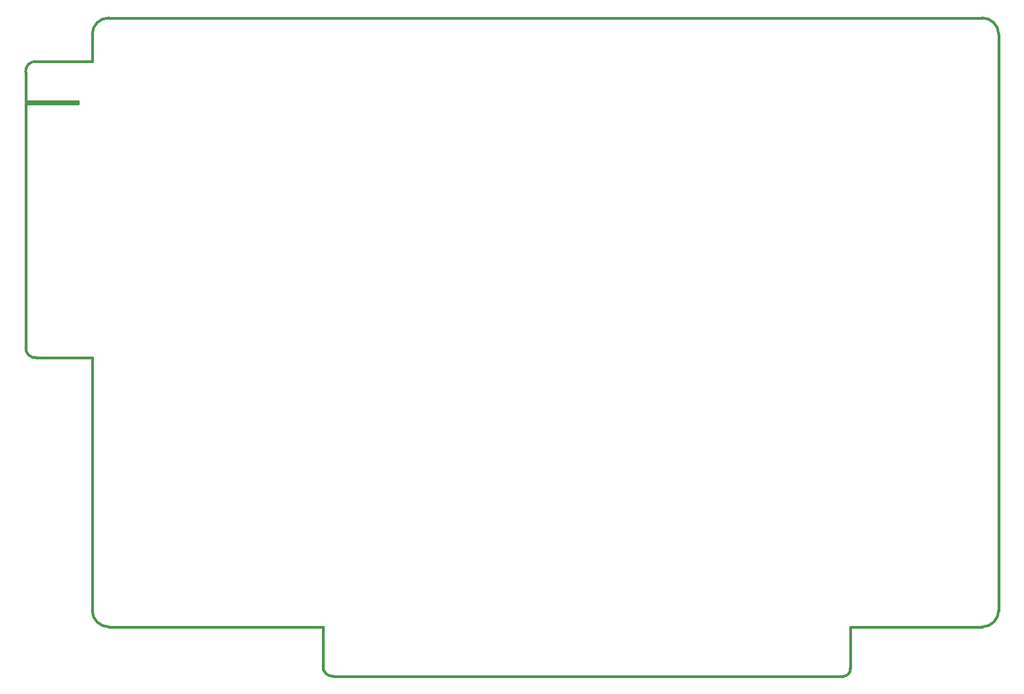
<source format=gm1>
%TF.GenerationSoftware,KiCad,Pcbnew,7.0.10*%
%TF.CreationDate,2025-04-22T11:17:34+12:00*%
%TF.ProjectId,isa_monster_fdc,6973615f-6d6f-46e7-9374-65725f666463,1.0*%
%TF.SameCoordinates,Original*%
%TF.FileFunction,Profile,NP*%
%FSLAX46Y46*%
G04 Gerber Fmt 4.6, Leading zero omitted, Abs format (unit mm)*
G04 Created by KiCad (PCBNEW 7.0.10) date 2025-04-22 11:17:34*
%MOMM*%
%LPD*%
G01*
G04 APERTURE LIST*
%TA.AperFunction,Profile*%
%ADD10C,0.381000*%
%TD*%
G04 APERTURE END LIST*
D10*
X71120000Y-139700000D02*
G75*
G03*
X73660000Y-142240000I2540000J0D01*
G01*
X186833719Y-149859920D02*
G75*
G03*
X187960298Y-148589701I40681J1098620D01*
G01*
X60858400Y-61137800D02*
X68961000Y-61137800D01*
X208280000Y-142240000D02*
G75*
G03*
X210820000Y-139700000I0J2540000D01*
G01*
X71120000Y-139700000D02*
X71120000Y-100698269D01*
X106679972Y-148252754D02*
G75*
G03*
X108331077Y-149860000I1474228J-137246D01*
G01*
X62466443Y-55000000D02*
X70000000Y-55000000D01*
X73660000Y-48260000D02*
X208280000Y-48260000D01*
X68961000Y-61137800D02*
X68961000Y-61544200D01*
X108331000Y-149860000D02*
X186840000Y-149860000D01*
X68961000Y-61544200D02*
X60858400Y-61544200D01*
X62522816Y-100698269D02*
X69949200Y-100698269D01*
X73660000Y-142240000D02*
X106680000Y-142240000D01*
X187960000Y-142240000D02*
X208280000Y-142240000D01*
X70000000Y-55000000D02*
X71120000Y-55000000D01*
X73660000Y-48260000D02*
G75*
G03*
X71120000Y-50800000I0J-2540000D01*
G01*
X106680000Y-142240000D02*
X106680000Y-148260000D01*
X60858400Y-61137800D02*
X60858400Y-56651077D01*
X210820000Y-50800000D02*
G75*
G03*
X208280000Y-48260000I-2540000J0D01*
G01*
X210820000Y-50800000D02*
X210820000Y-139700000D01*
X62466446Y-54999972D02*
G75*
G03*
X60859200Y-56651077I-137246J-1474228D01*
G01*
X187960000Y-142240000D02*
X187960000Y-148590000D01*
X69949200Y-100698269D02*
X71120000Y-100698269D01*
X60858400Y-61544200D02*
X60858400Y-99091026D01*
X71120000Y-55000000D02*
X71120000Y-50800000D01*
X60871702Y-99091023D02*
G75*
G03*
X62522816Y-100698268I1474198J-137277D01*
G01*
M02*

</source>
